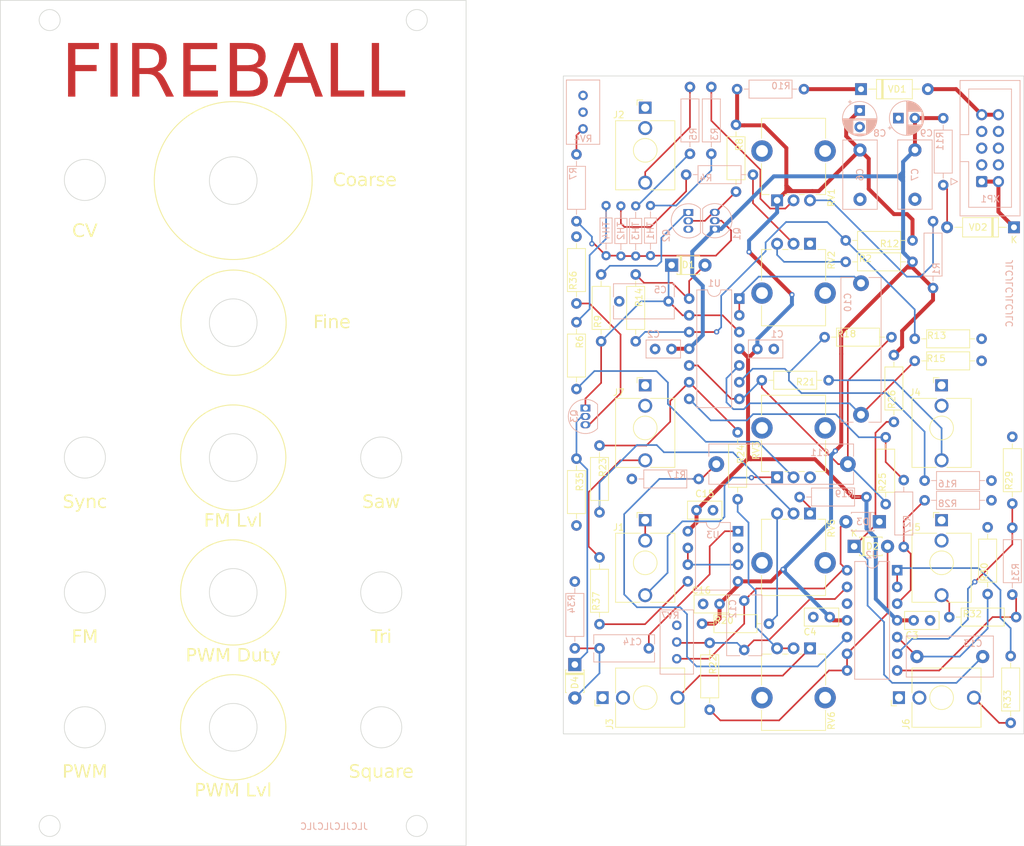
<source format=kicad_pcb>
(kicad_pcb (version 20221018) (generator pcbnew)

  (general
    (thickness 1.6)
  )

  (paper "A4")
  (layers
    (0 "F.Cu" signal)
    (31 "B.Cu" signal)
    (32 "B.Adhes" user "B.Adhesive")
    (33 "F.Adhes" user "F.Adhesive")
    (34 "B.Paste" user)
    (35 "F.Paste" user)
    (36 "B.SilkS" user "B.Silkscreen")
    (37 "F.SilkS" user "F.Silkscreen")
    (38 "B.Mask" user)
    (39 "F.Mask" user)
    (40 "Dwgs.User" user "User.Drawings")
    (41 "Cmts.User" user "User.Comments")
    (42 "Eco1.User" user "User.Eco1")
    (43 "Eco2.User" user "User.Eco2")
    (44 "Edge.Cuts" user)
    (45 "Margin" user)
    (46 "B.CrtYd" user "B.Courtyard")
    (47 "F.CrtYd" user "F.Courtyard")
    (48 "B.Fab" user)
    (49 "F.Fab" user)
    (50 "User.1" user)
    (51 "User.2" user)
    (52 "User.3" user)
    (53 "User.4" user)
    (54 "User.5" user)
    (55 "User.6" user)
    (56 "User.7" user)
    (57 "User.8" user)
    (58 "User.9" user)
  )

  (setup
    (stackup
      (layer "F.SilkS" (type "Top Silk Screen"))
      (layer "F.Paste" (type "Top Solder Paste"))
      (layer "F.Mask" (type "Top Solder Mask") (thickness 0.01))
      (layer "F.Cu" (type "copper") (thickness 0.035))
      (layer "dielectric 1" (type "core") (thickness 1.51) (material "FR4") (epsilon_r 4.5) (loss_tangent 0.02))
      (layer "B.Cu" (type "copper") (thickness 0.035))
      (layer "B.Mask" (type "Bottom Solder Mask") (thickness 0.01))
      (layer "B.Paste" (type "Bottom Solder Paste"))
      (layer "B.SilkS" (type "Bottom Silk Screen"))
      (copper_finish "None")
      (dielectric_constraints no)
    )
    (pad_to_mask_clearance 0)
    (grid_origin 84.5 17.5)
    (pcbplotparams
      (layerselection 0x00010fc_ffffffff)
      (plot_on_all_layers_selection 0x0000000_00000000)
      (disableapertmacros false)
      (usegerberextensions false)
      (usegerberattributes true)
      (usegerberadvancedattributes true)
      (creategerberjobfile true)
      (dashed_line_dash_ratio 12.000000)
      (dashed_line_gap_ratio 3.000000)
      (svgprecision 6)
      (plotframeref false)
      (viasonmask true)
      (mode 1)
      (useauxorigin true)
      (hpglpennumber 1)
      (hpglpenspeed 20)
      (hpglpendiameter 15.000000)
      (dxfpolygonmode true)
      (dxfimperialunits true)
      (dxfusepcbnewfont true)
      (psnegative false)
      (psa4output false)
      (plotreference true)
      (plotvalue true)
      (plotinvisibletext false)
      (sketchpadsonfab false)
      (subtractmaskfromsilk false)
      (outputformat 1)
      (mirror false)
      (drillshape 0)
      (scaleselection 1)
      (outputdirectory "./gerbers")
    )
  )

  (net 0 "")
  (net 1 "+12V")
  (net 2 "GNDREF")
  (net 3 "-12V")
  (net 4 "Net-(C5-Pad1)")
  (net 5 "Net-(C10-Pad1)")
  (net 6 "Net-(C10-Pad2)")
  (net 7 "Net-(C11-Pad1)")
  (net 8 "Net-(C11-Pad2)")
  (net 9 "Net-(C12-Pad1)")
  (net 10 "Net-(C12-Pad2)")
  (net 11 "Net-(C13-Pad1)")
  (net 12 "Net-(C13-Pad2)")
  (net 13 "Net-(D1-Pad2)")
  (net 14 "Net-(D2-Pad2)")
  (net 15 "Net-(C14-Pad1)")
  (net 16 "Net-(Q1-Pad3)")
  (net 17 "Net-(Q2-Pad1)")
  (net 18 "Net-(R1-Pad1)")
  (net 19 "Net-(R2-Pad1)")
  (net 20 "Net-(R3-Pad1)")
  (net 21 "Net-(R3-Pad2)")
  (net 22 "Net-(R4-Pad1)")
  (net 23 "Net-(R4-Pad2)")
  (net 24 "Net-(R5-Pad1)")
  (net 25 "Net-(J2-PadT)")
  (net 26 "Net-(R6-Pad1)")
  (net 27 "Net-(R6-Pad2)")
  (net 28 "Net-(R7-Pad2)")
  (net 29 "Net-(R10-Pad1)")
  (net 30 "Net-(R11-Pad2)")
  (net 31 "Net-(R12-Pad2)")
  (net 32 "Net-(R16-Pad1)")
  (net 33 "Net-(R19-Pad2)")
  (net 34 "Net-(R20-Pad1)")
  (net 35 "Net-(J4-PadT)")
  (net 36 "Net-(R23-Pad1)")
  (net 37 "Net-(R23-Pad2)")
  (net 38 "Net-(R24-Pad2)")
  (net 39 "Net-(R25-Pad2)")
  (net 40 "Net-(R27-Pad2)")
  (net 41 "Net-(R29-Pad1)")
  (net 42 "Net-(R31-Pad1)")
  (net 43 "Net-(J5-PadT)")
  (net 44 "Net-(J6-PadT)")
  (net 45 "Net-(R33-Pad2)")
  (net 46 "/FM IN LVL")
  (net 47 "Net-(J3-PadT)")
  (net 48 "unconnected-(RV7-Pad1)")
  (net 49 "Net-(VD1-Pad2)")
  (net 50 "Net-(VD2-Pad1)")
  (net 51 "Net-(C14-Pad2)")
  (net 52 "Net-(D4-Pad1)")
  (net 53 "unconnected-(J4-PadTN)")
  (net 54 "unconnected-(J5-PadTN)")
  (net 55 "unconnected-(J6-PadTN)")
  (net 56 "Net-(J7-PadT)")
  (net 57 "Net-(Q1-Pad2)")
  (net 58 "Net-(Q3-Pad3)")
  (net 59 "Net-(R37-Pad1)")
  (net 60 "Net-(U3-Pad3)")

  (footprint "Capacitor_THT:C_Disc_D5.0mm_W2.5mm_P2.50mm" (layer "F.Cu") (at 144.85 124.15))

  (footprint "SynthMages:Jack_3.5mm_QingPu_WQP-PJ398SM_Vertical_CircularHoles_Socket_Centered" (layer "F.Cu") (at 136.05 117.9))

  (footprint "Resistor_THT:R_Axial_DIN0207_L6.3mm_D2.5mm_P10.16mm_Horizontal" (layer "F.Cu") (at 145.85 130.07 -90))

  (footprint "SynthMages:Potentiometer_Alpha_RD901F-40-00D_Single_Vertical_CircularHoles_Shaft_Centered" (layer "F.Cu") (at 158.6 76.9 -90))

  (footprint "Resistor_THT:R_Axial_DIN0207_L6.3mm_D2.5mm_P10.16mm_Horizontal" (layer "F.Cu") (at 163.93 90.15 180))

  (footprint "SynthMages:Jack_3.5mm_QingPu_WQP-PJ398SM_Vertical_CircularHoles_Socket_Centered" (layer "F.Cu") (at 181.1 117.9))

  (footprint "Resistor_THT:R_Axial_DIN0207_L6.3mm_D2.5mm_P10.16mm_Horizontal" (layer "F.Cu") (at 125.6 81.32 -90))

  (footprint "SynthMages:Jack_3.5mm_QingPu_WQP-PJ398SM_Vertical_CircularHoles_Socket_Centered" (layer "F.Cu") (at 136.05 97.4))

  (footprint "Resistor_THT:R_Axial_DIN0207_L6.3mm_D2.5mm_P10.16mm_Horizontal" (layer "F.Cu") (at 182.27 126.15))

  (footprint "SynthMages:Jack_3.5mm_QingPu_WQP-PJ398SM_Vertical_CircularHoles_Socket_Centered" (layer "F.Cu") (at 181.1 138.4 90))

  (footprint "SynthMages:Jack_3.5mm_QingPu_WQP-PJ398SM_Vertical_CircularHoles_Socket_Centered" (layer "F.Cu") (at 136.05 55.2))

  (footprint "Resistor_THT:R_Axial_DIN0207_L6.3mm_D2.5mm_P10.16mm_Horizontal" (layer "F.Cu") (at 150.1 98.07 -90))

  (footprint "Resistor_THT:R_Axial_DIN0207_L6.3mm_D2.5mm_P10.16mm_Horizontal" (layer "F.Cu") (at 191.6 142.23 90))

  (footprint "Resistor_THT:R_Axial_DIN0207_L6.3mm_D2.5mm_P10.16mm_Horizontal" (layer "F.Cu") (at 191.85 108.9 90))

  (footprint "Capacitor_THT:C_Disc_D5.0mm_W2.5mm_P2.50mm" (layer "F.Cu") (at 143.85 109.9))

  (footprint "Capacitor_THT:C_Disc_D5.0mm_W2.5mm_P2.50mm" (layer "F.Cu") (at 161.6 126.15))

  (footprint "Resistor_THT:R_Axial_DIN0207_L6.3mm_D2.5mm_P10.16mm_Horizontal" (layer "F.Cu") (at 177.02 87.2))

  (footprint "SynthMages:Potentiometer_Alpha_RD901F-40-00D_Single_Vertical_CircularHoles_Shaft_Centered" (layer "F.Cu") (at 158.6 117.9 -90))

  (footprint "Resistor_THT:R_Axial_DIN0207_L6.3mm_D2.5mm_P10.16mm_Horizontal" (layer "F.Cu") (at 176.68 68.9 180))

  (footprint "Diode_THT:D_A-405_P10.16mm_Horizontal" (layer "F.Cu") (at 192.1 66.9 180))

  (footprint "Capacitor_THT:C_Disc_D5.0mm_W2.5mm_P2.50mm" (layer "F.Cu") (at 176.85 126.65))

  (footprint "Diode_THT:D_T-1_P5.08mm_Horizontal" (layer "F.Cu") (at 167.81 115.4))

  (footprint "SynthMages:Jack_3.5mm_QingPu_WQP-PJ398SM_Vertical_CircularHoles_Socket_Centered" (layer "F.Cu") (at 136.05 138.4 90))

  (footprint "Resistor_THT:R_Axial_DIN0207_L6.3mm_D2.5mm_P10.16mm_Horizontal" (layer "F.Cu") (at 125.6 78.48 90))

  (footprint "Diode_THT:D_T-1_P5.08mm_Horizontal" (layer "F.Cu") (at 140.06 72.65))

  (footprint "Resistor_THT:R_Axial_DIN0207_L6.3mm_D2.5mm_P10.16mm_Horizontal" (layer "F.Cu") (at 166.52 72.15))

  (footprint "Resistor_THT:R_Axial_DIN0207_L6.3mm_D2.5mm_P10.16mm_Horizontal" (layer "F.Cu") (at 129.1 127.23 90))

  (footprint "Resistor_THT:R_Axial_DIN0207_L6.3mm_D2.5mm_P10.16mm_Horizontal" (layer "F.Cu") (at 125.6 102.07 -90))

  (footprint "SynthMages:Potentiometer_Alpha_RD901F-40-00D_Single_Vertical_CircularHoles_Shaft_Centered" (layer "F.Cu") (at 158.6 55.3 90))

  (footprint "Resistor_THT:R_Axial_DIN0207_L6.3mm_D2.5mm_P10.16mm_Horizontal" (layer "F.Cu") (at 188.1 122.65 90))

  (footprint "Resistor_THT:R_Axial_DIN0207_L6.3mm_D2.5mm_P10.16mm_Horizontal" (layer "F.Cu") (at 154.85 127.15 180))

  (footprint "Resistor_THT:R_Axial_DIN0207_L6.3mm_D2.5mm_P10.16mm_Horizontal" (layer "F.Cu") (at 149.85 51.32 -90))

  (footprint "Diode_THT:D_T-1_P5.08mm_Horizontal" (layer "F.Cu") (at 125.35 133.36 -90))

  (footprint "Resistor_THT:R_Axial_DIN0207_L6.3mm_D2.5mm_P10.16mm_Horizontal" (layer "F.Cu") (at 177.02 83.85))

  (footprint "Resistor_THT:R_Axial_DIN0207_L6.3mm_D2.5mm_P10.16mm_Horizontal" (layer "F.Cu") (at 172.6 108.98 90))

  (footprint "SynthMages:Potentiometer_Alpha_RD901F-40-00D_Single_Vertical_CircularHoles_Shaft_Centered" (layer "F.Cu") (at 158.6 97.4 90))

  (footprint "Resistor_THT:R_Axial_DIN0207_L6.3mm_D2.5mm_P10.16mm_Horizontal" (layer "F.Cu") (at 129.35 84.23 90))

  (footprint "Resistor_THT:R_Axial_DIN0207_L6.3mm_D2.5mm_P10.16mm_Horizontal" (layer "F.Cu") (at 129.1 100.07 -90))

  (footprint "Resistor_THT:R_Axial_DIN0207_L6.3mm_D2.5mm_P10.16mm_Horizontal" (layer "F.Cu") (at 173.85 96.48 90))

  (footprint "Resistor_THT:R_Axial_DIN0207_L6.3mm_D2.5mm_P10.16mm_Horizontal" (layer "F.Cu") (at 163.32 83.6))

  (footprint "Resistor_THT:R_Axial_DIN0207_L6.3mm_D2.5mm_P10.16mm_Horizontal" (layer "F.Cu") (at 134.6 74.07 -90))

  (footprint "Diode_THT:D_A-405_P10.16mm_Horizontal" (layer "F.Cu") (at 168.85 45.9))

  (footprint "SynthMages:Jack_3.5mm_QingPu_WQP-PJ398SM_Vertical_CircularHoles_Socket_Centered" (layer "F.Cu")
    (tstamp f40aadff-3079-4793-b758-372380834aaa)
    (at 181.1 97.4)
    (descr "TRS 3.5mm, vertical, Thonkiconn, PCB mount, (http://www.qingpu-electronics.com/en/products/WQP-PJ398SM-362.html)")
    (tags "WQP-PJ398SM WQP-PJ301M-12 TRS 3.5mm mono vertical jack thonkiconn qingpu")
    (property "Sheetfile" "Fireball.kicad_sch")
    (property "Sheetname" "")
    (path "/dd316292-8e30-4ad5-b5a2-f93f1c8ccf04")
    (attr through_hole)
    (fp_text reference "J4" (at -4.03 -5.4 180) (layer "F.SilkS")
        (effects (font (size 1 1) (thickness 0.15)))
      (tstamp 59413e0d-98c4-4d50-a848-946bdeb182c3)
    )
    (fp_text value "SAW_OUT" (at 0 -1.48 180)
... [1198262 chars truncated]
</source>
